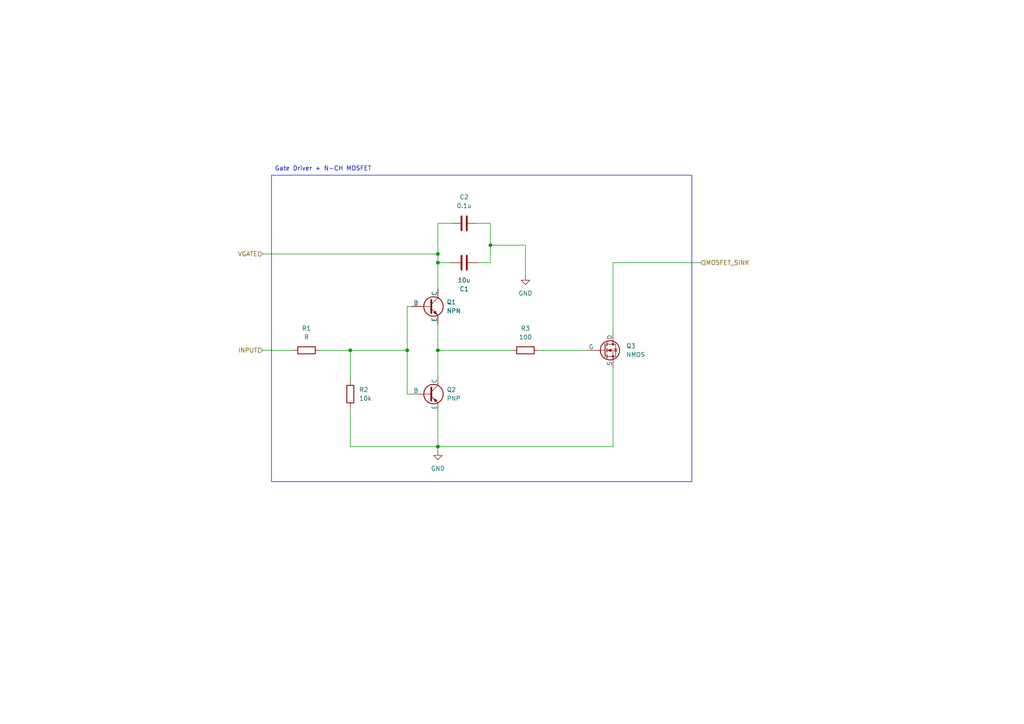
<source format=kicad_sch>
(kicad_sch (version 20250114) (generator "eeschema") (generator_version "9.0")
  (paper "A4")
  (title_block (title "N-Channel MOSFET Gate Driver") (date "2025-04-30") (rev "0.1.0"))
  (lib_symbols
    (symbol "Device:C" (pin_numbers (hide yes)) (pin_names (offset 0.254))
      (property "Reference" "C" (at 0.635 2.54 0))
      (property "Value" "C" (at 0.635 -2.54 0))
      (symbol "C_0_1"
        (polyline (pts (xy -2.032 0.762) (xy 2.032 0.762)) (stroke (width 0.508)))
        (polyline (pts (xy -2.032 -0.762) (xy 2.032 -0.762)) (stroke (width 0.508)))
      )
      (symbol "C_1_1"
        (pin passive line (at 0 3.81 270) (length 2.794) (name "~") (number "1"))
        (pin passive line (at 0 -3.81 90) (length 2.794) (name "~") (number "2"))
      )
    )
    (symbol "Device:R" (pin_numbers (hide yes)) (pin_names (offset 0))
      (property "Reference" "R" (at 2.032 0 90))
      (property "Value" "R" (at 0 0 90))
      (symbol "R_0_1"
        (rectangle (start -1.016 -2.54) (end 1.016 2.54) (stroke (width 0.254)))
      )
      (symbol "R_1_1"
        (pin passive line (at 0 3.81 270) (length 1.27) (name "~") (number "1"))
        (pin passive line (at 0 -3.81 90) (length 1.27) (name "~") (number "2"))
      )
    )
    (symbol "Simulation_SPICE:NMOS" (pin_numbers (hide yes)) (pin_names (offset 0))
      (property "Reference" "Q" (at 5.08 1.27 0))
      (property "Value" "NMOS" (at 5.08 -1.27 0))
      (symbol "NMOS_0_1"
        (polyline (pts (xy 0.254 1.905) (xy 0.254 -1.905)) (stroke (width 0.254)))
        (polyline (pts (xy 0.254 0) (xy -2.54 0)))
        (polyline (pts (xy 0.762 2.286) (xy 0.762 1.27)) (stroke (width 0.254)))
        (polyline (pts (xy 0.762 0.508) (xy 0.762 -0.508)) (stroke (width 0.254)))
        (polyline (pts (xy 0.762 -1.27) (xy 0.762 -2.286)) (stroke (width 0.254)))
        (polyline (pts (xy 0.762 -1.778) (xy 3.302 -1.778) (xy 3.302 1.778) (xy 0.762 1.778)))
        (polyline (pts (xy 1.016 0) (xy 2.032 0.381) (xy 2.032 -0.381) (xy 1.016 0)) (fill (type outline)))
        (circle (center 1.651 0) (radius 2.794) (stroke (width 0.254)))
        (polyline (pts (xy 2.54 2.54) (xy 2.54 1.778)))
        (circle (center 2.54 1.778) (radius 0.254) (fill (type outline)))
        (circle (center 2.54 -1.778) (radius 0.254) (fill (type outline)))
        (polyline (pts (xy 2.54 -2.54) (xy 2.54 0) (xy 0.762 0)))
        (polyline (pts (xy 2.794 0.508) (xy 2.921 0.381) (xy 3.683 0.381) (xy 3.81 0.254)))
        (polyline (pts (xy 3.302 0.381) (xy 2.921 -0.254) (xy 3.683 -0.254) (xy 3.302 0.381)))
      )
      (symbol "NMOS_1_1"
        (pin input line (at -5.08 0 0) (length 2.54) (name "G") (number "2"))
        (pin passive line (at 2.54 5.08 270) (length 2.54) (name "D") (number "1"))
        (pin passive line (at 2.54 -5.08 90) (length 2.54) (name "S") (number "3"))
      )
    )
    (symbol "Simulation_SPICE:NPN" (pin_numbers (hide yes)) (pin_names (offset 0))
      (property "Reference" "Q" (at -2.54 7.62 0))
      (property "Value" "NPN" (at -2.54 5.08 0))
      (symbol "NPN_0_1"
        (polyline (pts (xy -2.54 0) (xy 0.635 0)) (stroke (width 0.1524)))
        (polyline (pts (xy 0.635 1.905) (xy 0.635 -1.905) (xy 0.635 -1.905)) (stroke (width 0.508)))
        (polyline (pts (xy 0.635 0.635) (xy 2.54 2.54)))
        (polyline (pts (xy 0.635 -0.635) (xy 2.54 -2.54) (xy 2.54 -2.54)))
        (circle (center 1.27 0) (radius 2.8194) (stroke (width 0.254)))
        (polyline (pts (xy 1.27 -1.778) (xy 1.778 -1.27) (xy 2.286 -2.286) (xy 1.27 -1.778) (xy 1.27 -1.778)) (fill (type outline)))
        (polyline (pts (xy 2.794 -1.27) (xy 2.794 -1.27)) (stroke (width 0.1524)))
        (polyline (pts (xy 2.794 -1.27) (xy 2.794 -1.27)) (stroke (width 0.1524)))
      )
      (symbol "NPN_1_1"
        (pin input line (at -5.08 0 0) (length 2.54) (name "B") (number "2"))
        (pin open_collector line (at 2.54 5.08 270) (length 2.54) (name "C") (number "1"))
        (pin open_emitter line (at 2.54 -5.08 90) (length 2.54) (name "E") (number "3"))
      )
    )
    (symbol "Simulation_SPICE:PNP" (pin_numbers (hide yes)) (pin_names (offset 0))
      (property "Reference" "Q" (at -2.54 7.62 0))
      (property "Value" "PNP" (at -2.54 5.08 0))
      (symbol "PNP_0_1"
        (polyline (pts (xy -2.54 0) (xy 0.635 0)) (stroke (width 0.1524)))
        (polyline (pts (xy 0.635 1.905) (xy 0.635 -1.905) (xy 0.635 -1.905)) (stroke (width 0.508)))
        (polyline (pts (xy 0.635 0.635) (xy 2.54 2.54)))
        (polyline (pts (xy 0.635 -0.635) (xy 2.54 -2.54) (xy 2.54 -2.54)))
        (circle (center 1.27 0) (radius 2.8194) (stroke (width 0.254)))
        (polyline (pts (xy 2.286 -1.778) (xy 1.778 -2.286) (xy 1.27 -1.27) (xy 2.286 -1.778) (xy 2.286 -1.778)) (fill (type outline)))
      )
      (symbol "PNP_1_1"
        (pin input line (at -5.08 0 0) (length 2.54) (name "B") (number "2"))
        (pin open_collector line (at 2.54 5.08 270) (length 2.54) (name "C") (number "1"))
        (pin open_emitter line (at 2.54 -5.08 90) (length 2.54) (name "E") (number "3"))
      )
    )
    (symbol "power:GND" (power) (pin_numbers (hide yes)) (pin_names (offset 0) (hide yes))
      (property "Value" "GND" (at 0 -3.81 0))
      (symbol "GND_0_1"
        (polyline (pts (xy 0 0) (xy 0 -1.27) (xy 1.27 -1.27) (xy 0 -2.54) (xy -1.27 -1.27) (xy 0 -1.27)))
      )
      (symbol "GND_1_1"
        (pin power_in line (at 0 0 270) (length 0) (name "~") (number "1"))
      )
    )
  )
  (rectangle (start 78.74 50.8) (end 200.66 139.7))
  (text "Gate Driver + N-CH MOSFET" (at 93.726 49.022 0) (effects (font (size 1.27 1.27))))
  (junction (at 118.11 101.6))
  (junction (at 101.6 101.6))
  (junction (at 127 76.2))
  (junction (at 127 73.66))
  (junction (at 127 101.6))
  (junction (at 142.24 71.12))
  (junction (at 127 129.54))
  (wire (pts (xy 177.8 76.2) (xy 177.8 96.52)))
  (wire (pts (xy 127 64.77) (xy 127 73.66)))
  (wire (pts (xy 127 101.6) (xy 127 109.22)))
  (wire (pts (xy 76.2 101.6) (xy 85.09 101.6)))
  (wire (pts (xy 127 130.81) (xy 127 129.54)))
  (wire (pts (xy 138.43 76.2) (xy 142.24 76.2)))
  (wire (pts (xy 101.6 101.6) (xy 118.11 101.6)))
  (wire (pts (xy 152.4 71.12) (xy 152.4 80.01)))
  (wire (pts (xy 142.24 64.77) (xy 142.24 71.12)))
  (wire (pts (xy 127 129.54) (xy 177.8 129.54)))
  (wire (pts (xy 101.6 110.49) (xy 101.6 101.6)))
  (wire (pts (xy 142.24 64.77) (xy 138.43 64.77)))
  (wire (pts (xy 118.11 88.9) (xy 118.11 101.6)))
  (wire (pts (xy 118.11 101.6) (xy 118.11 114.3)))
  (wire (pts (xy 127 101.6) (xy 148.59 101.6)))
  (wire (pts (xy 101.6 129.54) (xy 127 129.54)))
  (wire (pts (xy 127 119.38) (xy 127 129.54)))
  (wire (pts (xy 119.38 114.3) (xy 118.11 114.3)))
  (wire (pts (xy 92.71 101.6) (xy 101.6 101.6)))
  (wire (pts (xy 119.38 88.9) (xy 118.11 88.9)))
  (wire (pts (xy 127 93.98) (xy 127 101.6)))
  (wire (pts (xy 127 73.66) (xy 127 76.2)))
  (wire (pts (xy 130.81 64.77) (xy 127 64.77)))
  (wire (pts (xy 177.8 106.68) (xy 177.8 129.54)))
  (wire (pts (xy 127 76.2) (xy 130.81 76.2)))
  (wire (pts (xy 127 73.66) (xy 76.2 73.66)))
  (wire (pts (xy 127 83.82) (xy 127 76.2)))
  (wire (pts (xy 142.24 71.12) (xy 152.4 71.12)))
  (wire (pts (xy 156.21 101.6) (xy 170.18 101.6)))
  (wire (pts (xy 101.6 118.11) (xy 101.6 129.54)))
  (wire (pts (xy 203.2 76.2) (xy 177.8 76.2)))
  (wire (pts (xy 142.24 71.12) (xy 142.24 76.2)))
  (hierarchical_label "VGATE" (shape input) (at 76.2 73.66 180))
  (hierarchical_label "INPUT" (shape input) (at 76.2 101.6 180))
  (hierarchical_label "MOSFET_SINK" (shape input) (at 203.2 76.2 0))
  (symbol (lib_id "Simulation_SPICE:PNP") (at 124.46 114.3 0) (unit 1)
    (property "Reference" "Q2" (at 129.54 113.0299 0) (effects (justify left)))
    (property "Value" "PNP" (at 129.54 115.5699 0) (effects (justify left)))
    (property "Datasheet" "https://ngspice.sourceforge.io/docs/ngspice-html-manual/manual.xhtml#cha_BJTs" (effects (hide yes)))
    (property "Description" "Bipolar transistor symbol for simulation only, substrate tied to the emitter" (effects (hide yes)))
    (property "Sim.Device" "PNP" (effects (hide yes)))
    (property "Sim.Type" "GUMMELPOON" (effects (hide yes)))
    (property "Sim.Pins" "1=C 2=B 3=E" (effects (hide yes)))
  )
  (symbol (lib_id "Simulation_SPICE:NPN") (at 124.46 88.9 0) (unit 1)
    (property "Reference" "Q1" (at 129.54 87.6299 0) (effects (justify left)))
    (property "Value" "NPN" (at 129.54 90.1699 0) (effects (justify left)))
    (property "Datasheet" "https://ngspice.sourceforge.io/docs/ngspice-html-manual/manual.xhtml#cha_BJTs" (effects (hide yes)))
    (property "Description" "Bipolar transistor symbol for simulation only, substrate tied to the emitter" (effects (hide yes)))
    (property "Sim.Device" "NPN" (effects (hide yes)))
    (property "Sim.Type" "GUMMELPOON" (effects (hide yes)))
    (property "Sim.Pins" "1=C 2=B 3=E" (effects (hide yes)))
  )
  (symbol (lib_id "Device:C") (at 134.62 64.77 90) (unit 1)
    (property "Reference" "C2" (at 134.62 57.15 90))
    (property "Value" "0.1u" (at 134.62 59.69 90))
    (property "Description" "Unpolarized capacitor" (effects (hide yes)))
  )
  (symbol (lib_id "Simulation_SPICE:NMOS") (at 175.26 101.6 0) (unit 1)
    (property "Reference" "Q3" (at 181.61 100.3299 0) (effects (justify left)))
    (property "Value" "NMOS" (at 181.61 102.8699 0) (effects (justify left)))
    (property "Datasheet" "https://ngspice.sourceforge.io/docs/ngspice-html-manual/manual.xhtml#cha_MOSFETs" (effects (hide yes)))
    (property "Description" "N-MOSFET transistor, drain/source/gate" (effects (hide yes)))
    (property "Sim.Device" "NMOS" (effects (hide yes)))
    (property "Sim.Type" "VDMOS" (effects (hide yes)))
    (property "Sim.Pins" "1=D 2=G 3=S" (effects (hide yes)))
  )
  (symbol (lib_id "power:GND") (at 127 130.81 0) (unit 1)
    (property "Reference" "#PWR01" (effects (hide yes)))
    (property "Value" "GND" (at 127 135.89 0))
    (property "Description" "Power symbol creates a global label with name \"GND\" , ground" (effects (hide yes)))
  )
  (symbol (lib_id "Device:C") (at 134.62 76.2 90) (mirror x) (unit 1)
    (property "Reference" "C1" (at 134.62 83.82 90))
    (property "Value" "10u" (at 134.62 81.28 90))
    (property "Description" "Unpolarized capacitor" (effects (hide yes)))
  )
  (symbol (lib_id "Device:R") (at 88.9 101.6 90) (unit 1)
    (property "Reference" "R1" (at 88.9 95.25 90))
    (property "Value" "R" (at 88.9 97.79 90))
    (property "Description" "Resistor" (effects (hide yes)))
  )
  (symbol (lib_id "power:GND") (at 152.4 80.01 0) (unit 1)
    (property "Reference" "#PWR02" (effects (hide yes)))
    (property "Value" "GND" (at 152.4 85.09 0))
    (property "Description" "Power symbol creates a global label with name \"GND\" , ground" (effects (hide yes)))
  )
  (symbol (lib_id "Device:R") (at 101.6 114.3 180) (unit 1)
    (property "Reference" "R2" (at 104.14 113.0299 0) (effects (justify right)))
    (property "Value" "10k" (at 104.14 115.5699 0) (effects (justify right)))
    (property "Description" "Resistor" (effects (hide yes)))
  )
  (symbol (lib_id "Device:R") (at 152.4 101.6 90) (unit 1)
    (property "Reference" "R3" (at 152.4 95.25 90))
    (property "Value" "100" (at 152.4 97.79 90))
    (property "Description" "Resistor" (effects (hide yes)))
  )
)
</source>
